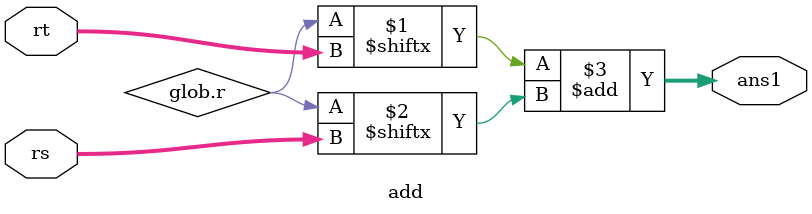
<source format=v>
module add
(
	input [4:0] rt, rs,
	output [31:0] ans1
);

assign ans1 = glob.r[rt] + glob.r[rs];

endmodule
</source>
